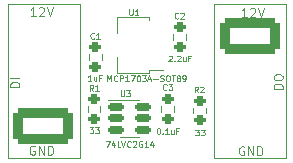
<source format=gbr>
%TF.GenerationSoftware,KiCad,Pcbnew,7.0.7*%
%TF.CreationDate,2023-11-08T00:53:50-05:00*%
%TF.ProjectId,Pixel_Boost2,50697865-6c5f-4426-9f6f-7374322e6b69,v3*%
%TF.SameCoordinates,Original*%
%TF.FileFunction,Legend,Top*%
%TF.FilePolarity,Positive*%
%FSLAX46Y46*%
G04 Gerber Fmt 4.6, Leading zero omitted, Abs format (unit mm)*
G04 Created by KiCad (PCBNEW 7.0.7) date 2023-11-08 00:53:50*
%MOMM*%
%LPD*%
G01*
G04 APERTURE LIST*
G04 Aperture macros list*
%AMRoundRect*
0 Rectangle with rounded corners*
0 $1 Rounding radius*
0 $2 $3 $4 $5 $6 $7 $8 $9 X,Y pos of 4 corners*
0 Add a 4 corners polygon primitive as box body*
4,1,4,$2,$3,$4,$5,$6,$7,$8,$9,$2,$3,0*
0 Add four circle primitives for the rounded corners*
1,1,$1+$1,$2,$3*
1,1,$1+$1,$4,$5*
1,1,$1+$1,$6,$7*
1,1,$1+$1,$8,$9*
0 Add four rect primitives between the rounded corners*
20,1,$1+$1,$2,$3,$4,$5,0*
20,1,$1+$1,$4,$5,$6,$7,0*
20,1,$1+$1,$6,$7,$8,$9,0*
20,1,$1+$1,$8,$9,$2,$3,0*%
%AMFreePoly0*
4,1,9,3.862500,-0.866500,0.737500,-0.866500,0.737500,-0.450000,-0.737500,-0.450000,-0.737500,0.450000,0.737500,0.450000,0.737500,0.866500,3.862500,0.866500,3.862500,-0.866500,3.862500,-0.866500,$1*%
G04 Aperture macros list end*
%ADD10C,0.100000*%
%ADD11C,0.120000*%
%ADD12RoundRect,0.200000X-0.275000X0.200000X-0.275000X-0.200000X0.275000X-0.200000X0.275000X0.200000X0*%
%ADD13RoundRect,0.416667X2.083333X-1.083333X2.083333X1.083333X-2.083333X1.083333X-2.083333X-1.083333X0*%
%ADD14O,3.600000X3.000000*%
%ADD15O,5.000000X3.000000*%
%ADD16RoundRect,0.416667X-2.083333X1.083333X-2.083333X-1.083333X2.083333X-1.083333X2.083333X1.083333X0*%
%ADD17RoundRect,0.200000X0.275000X-0.200000X0.275000X0.200000X-0.275000X0.200000X-0.275000X-0.200000X0*%
%ADD18R,1.300000X0.900000*%
%ADD19FreePoly0,180.000000*%
%ADD20RoundRect,0.150000X-0.512500X-0.150000X0.512500X-0.150000X0.512500X0.150000X-0.512500X0.150000X0*%
G04 APERTURE END LIST*
D10*
X141753571Y-118577478D02*
X141682143Y-118541764D01*
X141682143Y-118541764D02*
X141575000Y-118541764D01*
X141575000Y-118541764D02*
X141467857Y-118577478D01*
X141467857Y-118577478D02*
X141396428Y-118648907D01*
X141396428Y-118648907D02*
X141360714Y-118720335D01*
X141360714Y-118720335D02*
X141325000Y-118863192D01*
X141325000Y-118863192D02*
X141325000Y-118970335D01*
X141325000Y-118970335D02*
X141360714Y-119113192D01*
X141360714Y-119113192D02*
X141396428Y-119184621D01*
X141396428Y-119184621D02*
X141467857Y-119256050D01*
X141467857Y-119256050D02*
X141575000Y-119291764D01*
X141575000Y-119291764D02*
X141646428Y-119291764D01*
X141646428Y-119291764D02*
X141753571Y-119256050D01*
X141753571Y-119256050D02*
X141789285Y-119220335D01*
X141789285Y-119220335D02*
X141789285Y-118970335D01*
X141789285Y-118970335D02*
X141646428Y-118970335D01*
X142110714Y-119291764D02*
X142110714Y-118541764D01*
X142110714Y-118541764D02*
X142539285Y-119291764D01*
X142539285Y-119291764D02*
X142539285Y-118541764D01*
X142896428Y-119291764D02*
X142896428Y-118541764D01*
X142896428Y-118541764D02*
X143074999Y-118541764D01*
X143074999Y-118541764D02*
X143182142Y-118577478D01*
X143182142Y-118577478D02*
X143253571Y-118648907D01*
X143253571Y-118648907D02*
X143289285Y-118720335D01*
X143289285Y-118720335D02*
X143324999Y-118863192D01*
X143324999Y-118863192D02*
X143324999Y-118970335D01*
X143324999Y-118970335D02*
X143289285Y-119113192D01*
X143289285Y-119113192D02*
X143253571Y-119184621D01*
X143253571Y-119184621D02*
X143182142Y-119256050D01*
X143182142Y-119256050D02*
X143074999Y-119291764D01*
X143074999Y-119291764D02*
X142896428Y-119291764D01*
X140441764Y-113524999D02*
X139691764Y-113524999D01*
X139691764Y-113524999D02*
X139691764Y-113346428D01*
X139691764Y-113346428D02*
X139727478Y-113239285D01*
X139727478Y-113239285D02*
X139798907Y-113167856D01*
X139798907Y-113167856D02*
X139870335Y-113132142D01*
X139870335Y-113132142D02*
X140013192Y-113096428D01*
X140013192Y-113096428D02*
X140120335Y-113096428D01*
X140120335Y-113096428D02*
X140263192Y-113132142D01*
X140263192Y-113132142D02*
X140334621Y-113167856D01*
X140334621Y-113167856D02*
X140406050Y-113239285D01*
X140406050Y-113239285D02*
X140441764Y-113346428D01*
X140441764Y-113346428D02*
X140441764Y-113524999D01*
X140441764Y-112774999D02*
X139691764Y-112774999D01*
X162741764Y-113689285D02*
X161991764Y-113689285D01*
X161991764Y-113689285D02*
X161991764Y-113510714D01*
X161991764Y-113510714D02*
X162027478Y-113403571D01*
X162027478Y-113403571D02*
X162098907Y-113332142D01*
X162098907Y-113332142D02*
X162170335Y-113296428D01*
X162170335Y-113296428D02*
X162313192Y-113260714D01*
X162313192Y-113260714D02*
X162420335Y-113260714D01*
X162420335Y-113260714D02*
X162563192Y-113296428D01*
X162563192Y-113296428D02*
X162634621Y-113332142D01*
X162634621Y-113332142D02*
X162706050Y-113403571D01*
X162706050Y-113403571D02*
X162741764Y-113510714D01*
X162741764Y-113510714D02*
X162741764Y-113689285D01*
X161991764Y-112796428D02*
X161991764Y-112653571D01*
X161991764Y-112653571D02*
X162027478Y-112582142D01*
X162027478Y-112582142D02*
X162098907Y-112510714D01*
X162098907Y-112510714D02*
X162241764Y-112474999D01*
X162241764Y-112474999D02*
X162491764Y-112474999D01*
X162491764Y-112474999D02*
X162634621Y-112510714D01*
X162634621Y-112510714D02*
X162706050Y-112582142D01*
X162706050Y-112582142D02*
X162741764Y-112653571D01*
X162741764Y-112653571D02*
X162741764Y-112796428D01*
X162741764Y-112796428D02*
X162706050Y-112867857D01*
X162706050Y-112867857D02*
X162634621Y-112939285D01*
X162634621Y-112939285D02*
X162491764Y-112974999D01*
X162491764Y-112974999D02*
X162241764Y-112974999D01*
X162241764Y-112974999D02*
X162098907Y-112939285D01*
X162098907Y-112939285D02*
X162027478Y-112867857D01*
X162027478Y-112867857D02*
X161991764Y-112796428D01*
X141835714Y-107541764D02*
X141407143Y-107541764D01*
X141621428Y-107541764D02*
X141621428Y-106791764D01*
X141621428Y-106791764D02*
X141550000Y-106898907D01*
X141550000Y-106898907D02*
X141478571Y-106970335D01*
X141478571Y-106970335D02*
X141407143Y-107006050D01*
X142121429Y-106863192D02*
X142157143Y-106827478D01*
X142157143Y-106827478D02*
X142228572Y-106791764D01*
X142228572Y-106791764D02*
X142407143Y-106791764D01*
X142407143Y-106791764D02*
X142478572Y-106827478D01*
X142478572Y-106827478D02*
X142514286Y-106863192D01*
X142514286Y-106863192D02*
X142550000Y-106934621D01*
X142550000Y-106934621D02*
X142550000Y-107006050D01*
X142550000Y-107006050D02*
X142514286Y-107113192D01*
X142514286Y-107113192D02*
X142085714Y-107541764D01*
X142085714Y-107541764D02*
X142550000Y-107541764D01*
X142764286Y-106791764D02*
X143014286Y-107541764D01*
X143014286Y-107541764D02*
X143264286Y-106791764D01*
X159468571Y-118597478D02*
X159397143Y-118561764D01*
X159397143Y-118561764D02*
X159290000Y-118561764D01*
X159290000Y-118561764D02*
X159182857Y-118597478D01*
X159182857Y-118597478D02*
X159111428Y-118668907D01*
X159111428Y-118668907D02*
X159075714Y-118740335D01*
X159075714Y-118740335D02*
X159040000Y-118883192D01*
X159040000Y-118883192D02*
X159040000Y-118990335D01*
X159040000Y-118990335D02*
X159075714Y-119133192D01*
X159075714Y-119133192D02*
X159111428Y-119204621D01*
X159111428Y-119204621D02*
X159182857Y-119276050D01*
X159182857Y-119276050D02*
X159290000Y-119311764D01*
X159290000Y-119311764D02*
X159361428Y-119311764D01*
X159361428Y-119311764D02*
X159468571Y-119276050D01*
X159468571Y-119276050D02*
X159504285Y-119240335D01*
X159504285Y-119240335D02*
X159504285Y-118990335D01*
X159504285Y-118990335D02*
X159361428Y-118990335D01*
X159825714Y-119311764D02*
X159825714Y-118561764D01*
X159825714Y-118561764D02*
X160254285Y-119311764D01*
X160254285Y-119311764D02*
X160254285Y-118561764D01*
X160611428Y-119311764D02*
X160611428Y-118561764D01*
X160611428Y-118561764D02*
X160789999Y-118561764D01*
X160789999Y-118561764D02*
X160897142Y-118597478D01*
X160897142Y-118597478D02*
X160968571Y-118668907D01*
X160968571Y-118668907D02*
X161004285Y-118740335D01*
X161004285Y-118740335D02*
X161039999Y-118883192D01*
X161039999Y-118883192D02*
X161039999Y-118990335D01*
X161039999Y-118990335D02*
X161004285Y-119133192D01*
X161004285Y-119133192D02*
X160968571Y-119204621D01*
X160968571Y-119204621D02*
X160897142Y-119276050D01*
X160897142Y-119276050D02*
X160789999Y-119311764D01*
X160789999Y-119311764D02*
X160611428Y-119311764D01*
X159715714Y-107591764D02*
X159287143Y-107591764D01*
X159501428Y-107591764D02*
X159501428Y-106841764D01*
X159501428Y-106841764D02*
X159430000Y-106948907D01*
X159430000Y-106948907D02*
X159358571Y-107020335D01*
X159358571Y-107020335D02*
X159287143Y-107056050D01*
X160001429Y-106913192D02*
X160037143Y-106877478D01*
X160037143Y-106877478D02*
X160108572Y-106841764D01*
X160108572Y-106841764D02*
X160287143Y-106841764D01*
X160287143Y-106841764D02*
X160358572Y-106877478D01*
X160358572Y-106877478D02*
X160394286Y-106913192D01*
X160394286Y-106913192D02*
X160430000Y-106984621D01*
X160430000Y-106984621D02*
X160430000Y-107056050D01*
X160430000Y-107056050D02*
X160394286Y-107163192D01*
X160394286Y-107163192D02*
X159965714Y-107591764D01*
X159965714Y-107591764D02*
X160430000Y-107591764D01*
X160644286Y-106841764D02*
X160894286Y-107591764D01*
X160894286Y-107591764D02*
X161144286Y-106841764D01*
X146706666Y-113856109D02*
X146540000Y-113618014D01*
X146420952Y-113856109D02*
X146420952Y-113356109D01*
X146420952Y-113356109D02*
X146611428Y-113356109D01*
X146611428Y-113356109D02*
X146659047Y-113379919D01*
X146659047Y-113379919D02*
X146682857Y-113403728D01*
X146682857Y-113403728D02*
X146706666Y-113451347D01*
X146706666Y-113451347D02*
X146706666Y-113522776D01*
X146706666Y-113522776D02*
X146682857Y-113570395D01*
X146682857Y-113570395D02*
X146659047Y-113594204D01*
X146659047Y-113594204D02*
X146611428Y-113618014D01*
X146611428Y-113618014D02*
X146420952Y-113618014D01*
X147182857Y-113856109D02*
X146897143Y-113856109D01*
X147040000Y-113856109D02*
X147040000Y-113356109D01*
X147040000Y-113356109D02*
X146992381Y-113427538D01*
X146992381Y-113427538D02*
X146944762Y-113475157D01*
X146944762Y-113475157D02*
X146897143Y-113498966D01*
X146405238Y-116946109D02*
X146714762Y-116946109D01*
X146714762Y-116946109D02*
X146548095Y-117136585D01*
X146548095Y-117136585D02*
X146619524Y-117136585D01*
X146619524Y-117136585D02*
X146667143Y-117160395D01*
X146667143Y-117160395D02*
X146690952Y-117184204D01*
X146690952Y-117184204D02*
X146714762Y-117231823D01*
X146714762Y-117231823D02*
X146714762Y-117350871D01*
X146714762Y-117350871D02*
X146690952Y-117398490D01*
X146690952Y-117398490D02*
X146667143Y-117422300D01*
X146667143Y-117422300D02*
X146619524Y-117446109D01*
X146619524Y-117446109D02*
X146476667Y-117446109D01*
X146476667Y-117446109D02*
X146429048Y-117422300D01*
X146429048Y-117422300D02*
X146405238Y-117398490D01*
X146881428Y-116946109D02*
X147190952Y-116946109D01*
X147190952Y-116946109D02*
X147024285Y-117136585D01*
X147024285Y-117136585D02*
X147095714Y-117136585D01*
X147095714Y-117136585D02*
X147143333Y-117160395D01*
X147143333Y-117160395D02*
X147167142Y-117184204D01*
X147167142Y-117184204D02*
X147190952Y-117231823D01*
X147190952Y-117231823D02*
X147190952Y-117350871D01*
X147190952Y-117350871D02*
X147167142Y-117398490D01*
X147167142Y-117398490D02*
X147143333Y-117422300D01*
X147143333Y-117422300D02*
X147095714Y-117446109D01*
X147095714Y-117446109D02*
X146952857Y-117446109D01*
X146952857Y-117446109D02*
X146905238Y-117422300D01*
X146905238Y-117422300D02*
X146881428Y-117398490D01*
X152916666Y-113753490D02*
X152892857Y-113777300D01*
X152892857Y-113777300D02*
X152821428Y-113801109D01*
X152821428Y-113801109D02*
X152773809Y-113801109D01*
X152773809Y-113801109D02*
X152702381Y-113777300D01*
X152702381Y-113777300D02*
X152654762Y-113729680D01*
X152654762Y-113729680D02*
X152630952Y-113682061D01*
X152630952Y-113682061D02*
X152607143Y-113586823D01*
X152607143Y-113586823D02*
X152607143Y-113515395D01*
X152607143Y-113515395D02*
X152630952Y-113420157D01*
X152630952Y-113420157D02*
X152654762Y-113372538D01*
X152654762Y-113372538D02*
X152702381Y-113324919D01*
X152702381Y-113324919D02*
X152773809Y-113301109D01*
X152773809Y-113301109D02*
X152821428Y-113301109D01*
X152821428Y-113301109D02*
X152892857Y-113324919D01*
X152892857Y-113324919D02*
X152916666Y-113348728D01*
X153083333Y-113301109D02*
X153392857Y-113301109D01*
X153392857Y-113301109D02*
X153226190Y-113491585D01*
X153226190Y-113491585D02*
X153297619Y-113491585D01*
X153297619Y-113491585D02*
X153345238Y-113515395D01*
X153345238Y-113515395D02*
X153369047Y-113539204D01*
X153369047Y-113539204D02*
X153392857Y-113586823D01*
X153392857Y-113586823D02*
X153392857Y-113705871D01*
X153392857Y-113705871D02*
X153369047Y-113753490D01*
X153369047Y-113753490D02*
X153345238Y-113777300D01*
X153345238Y-113777300D02*
X153297619Y-113801109D01*
X153297619Y-113801109D02*
X153154762Y-113801109D01*
X153154762Y-113801109D02*
X153107143Y-113777300D01*
X153107143Y-113777300D02*
X153083333Y-113753490D01*
X152203572Y-117026109D02*
X152251191Y-117026109D01*
X152251191Y-117026109D02*
X152298810Y-117049919D01*
X152298810Y-117049919D02*
X152322620Y-117073728D01*
X152322620Y-117073728D02*
X152346429Y-117121347D01*
X152346429Y-117121347D02*
X152370239Y-117216585D01*
X152370239Y-117216585D02*
X152370239Y-117335633D01*
X152370239Y-117335633D02*
X152346429Y-117430871D01*
X152346429Y-117430871D02*
X152322620Y-117478490D01*
X152322620Y-117478490D02*
X152298810Y-117502300D01*
X152298810Y-117502300D02*
X152251191Y-117526109D01*
X152251191Y-117526109D02*
X152203572Y-117526109D01*
X152203572Y-117526109D02*
X152155953Y-117502300D01*
X152155953Y-117502300D02*
X152132144Y-117478490D01*
X152132144Y-117478490D02*
X152108334Y-117430871D01*
X152108334Y-117430871D02*
X152084525Y-117335633D01*
X152084525Y-117335633D02*
X152084525Y-117216585D01*
X152084525Y-117216585D02*
X152108334Y-117121347D01*
X152108334Y-117121347D02*
X152132144Y-117073728D01*
X152132144Y-117073728D02*
X152155953Y-117049919D01*
X152155953Y-117049919D02*
X152203572Y-117026109D01*
X152584524Y-117478490D02*
X152608334Y-117502300D01*
X152608334Y-117502300D02*
X152584524Y-117526109D01*
X152584524Y-117526109D02*
X152560715Y-117502300D01*
X152560715Y-117502300D02*
X152584524Y-117478490D01*
X152584524Y-117478490D02*
X152584524Y-117526109D01*
X153084524Y-117526109D02*
X152798810Y-117526109D01*
X152941667Y-117526109D02*
X152941667Y-117026109D01*
X152941667Y-117026109D02*
X152894048Y-117097538D01*
X152894048Y-117097538D02*
X152846429Y-117145157D01*
X152846429Y-117145157D02*
X152798810Y-117168966D01*
X153513095Y-117192776D02*
X153513095Y-117526109D01*
X153298809Y-117192776D02*
X153298809Y-117454680D01*
X153298809Y-117454680D02*
X153322619Y-117502300D01*
X153322619Y-117502300D02*
X153370238Y-117526109D01*
X153370238Y-117526109D02*
X153441666Y-117526109D01*
X153441666Y-117526109D02*
X153489285Y-117502300D01*
X153489285Y-117502300D02*
X153513095Y-117478490D01*
X153917857Y-117264204D02*
X153751190Y-117264204D01*
X153751190Y-117526109D02*
X153751190Y-117026109D01*
X153751190Y-117026109D02*
X153989285Y-117026109D01*
X149749047Y-106951109D02*
X149749047Y-107355871D01*
X149749047Y-107355871D02*
X149772857Y-107403490D01*
X149772857Y-107403490D02*
X149796666Y-107427300D01*
X149796666Y-107427300D02*
X149844285Y-107451109D01*
X149844285Y-107451109D02*
X149939523Y-107451109D01*
X149939523Y-107451109D02*
X149987142Y-107427300D01*
X149987142Y-107427300D02*
X150010952Y-107403490D01*
X150010952Y-107403490D02*
X150034761Y-107355871D01*
X150034761Y-107355871D02*
X150034761Y-106951109D01*
X150534762Y-107451109D02*
X150249048Y-107451109D01*
X150391905Y-107451109D02*
X150391905Y-106951109D01*
X150391905Y-106951109D02*
X150344286Y-107022538D01*
X150344286Y-107022538D02*
X150296667Y-107070157D01*
X150296667Y-107070157D02*
X150249048Y-107093966D01*
X147890477Y-113051109D02*
X147890477Y-112551109D01*
X147890477Y-112551109D02*
X148057144Y-112908252D01*
X148057144Y-112908252D02*
X148223810Y-112551109D01*
X148223810Y-112551109D02*
X148223810Y-113051109D01*
X148747620Y-113003490D02*
X148723811Y-113027300D01*
X148723811Y-113027300D02*
X148652382Y-113051109D01*
X148652382Y-113051109D02*
X148604763Y-113051109D01*
X148604763Y-113051109D02*
X148533335Y-113027300D01*
X148533335Y-113027300D02*
X148485716Y-112979680D01*
X148485716Y-112979680D02*
X148461906Y-112932061D01*
X148461906Y-112932061D02*
X148438097Y-112836823D01*
X148438097Y-112836823D02*
X148438097Y-112765395D01*
X148438097Y-112765395D02*
X148461906Y-112670157D01*
X148461906Y-112670157D02*
X148485716Y-112622538D01*
X148485716Y-112622538D02*
X148533335Y-112574919D01*
X148533335Y-112574919D02*
X148604763Y-112551109D01*
X148604763Y-112551109D02*
X148652382Y-112551109D01*
X148652382Y-112551109D02*
X148723811Y-112574919D01*
X148723811Y-112574919D02*
X148747620Y-112598728D01*
X148961906Y-113051109D02*
X148961906Y-112551109D01*
X148961906Y-112551109D02*
X149152382Y-112551109D01*
X149152382Y-112551109D02*
X149200001Y-112574919D01*
X149200001Y-112574919D02*
X149223811Y-112598728D01*
X149223811Y-112598728D02*
X149247620Y-112646347D01*
X149247620Y-112646347D02*
X149247620Y-112717776D01*
X149247620Y-112717776D02*
X149223811Y-112765395D01*
X149223811Y-112765395D02*
X149200001Y-112789204D01*
X149200001Y-112789204D02*
X149152382Y-112813014D01*
X149152382Y-112813014D02*
X148961906Y-112813014D01*
X149723811Y-113051109D02*
X149438097Y-113051109D01*
X149580954Y-113051109D02*
X149580954Y-112551109D01*
X149580954Y-112551109D02*
X149533335Y-112622538D01*
X149533335Y-112622538D02*
X149485716Y-112670157D01*
X149485716Y-112670157D02*
X149438097Y-112693966D01*
X149890477Y-112551109D02*
X150223810Y-112551109D01*
X150223810Y-112551109D02*
X150009525Y-113051109D01*
X150509524Y-112551109D02*
X150557143Y-112551109D01*
X150557143Y-112551109D02*
X150604762Y-112574919D01*
X150604762Y-112574919D02*
X150628572Y-112598728D01*
X150628572Y-112598728D02*
X150652381Y-112646347D01*
X150652381Y-112646347D02*
X150676191Y-112741585D01*
X150676191Y-112741585D02*
X150676191Y-112860633D01*
X150676191Y-112860633D02*
X150652381Y-112955871D01*
X150652381Y-112955871D02*
X150628572Y-113003490D01*
X150628572Y-113003490D02*
X150604762Y-113027300D01*
X150604762Y-113027300D02*
X150557143Y-113051109D01*
X150557143Y-113051109D02*
X150509524Y-113051109D01*
X150509524Y-113051109D02*
X150461905Y-113027300D01*
X150461905Y-113027300D02*
X150438096Y-113003490D01*
X150438096Y-113003490D02*
X150414286Y-112955871D01*
X150414286Y-112955871D02*
X150390477Y-112860633D01*
X150390477Y-112860633D02*
X150390477Y-112741585D01*
X150390477Y-112741585D02*
X150414286Y-112646347D01*
X150414286Y-112646347D02*
X150438096Y-112598728D01*
X150438096Y-112598728D02*
X150461905Y-112574919D01*
X150461905Y-112574919D02*
X150509524Y-112551109D01*
X150842857Y-112551109D02*
X151152381Y-112551109D01*
X151152381Y-112551109D02*
X150985714Y-112741585D01*
X150985714Y-112741585D02*
X151057143Y-112741585D01*
X151057143Y-112741585D02*
X151104762Y-112765395D01*
X151104762Y-112765395D02*
X151128571Y-112789204D01*
X151128571Y-112789204D02*
X151152381Y-112836823D01*
X151152381Y-112836823D02*
X151152381Y-112955871D01*
X151152381Y-112955871D02*
X151128571Y-113003490D01*
X151128571Y-113003490D02*
X151104762Y-113027300D01*
X151104762Y-113027300D02*
X151057143Y-113051109D01*
X151057143Y-113051109D02*
X150914286Y-113051109D01*
X150914286Y-113051109D02*
X150866667Y-113027300D01*
X150866667Y-113027300D02*
X150842857Y-113003490D01*
X151342857Y-112908252D02*
X151580952Y-112908252D01*
X151295238Y-113051109D02*
X151461904Y-112551109D01*
X151461904Y-112551109D02*
X151628571Y-113051109D01*
X151795237Y-112860633D02*
X152176190Y-112860633D01*
X152390476Y-113027300D02*
X152461904Y-113051109D01*
X152461904Y-113051109D02*
X152580952Y-113051109D01*
X152580952Y-113051109D02*
X152628571Y-113027300D01*
X152628571Y-113027300D02*
X152652380Y-113003490D01*
X152652380Y-113003490D02*
X152676190Y-112955871D01*
X152676190Y-112955871D02*
X152676190Y-112908252D01*
X152676190Y-112908252D02*
X152652380Y-112860633D01*
X152652380Y-112860633D02*
X152628571Y-112836823D01*
X152628571Y-112836823D02*
X152580952Y-112813014D01*
X152580952Y-112813014D02*
X152485714Y-112789204D01*
X152485714Y-112789204D02*
X152438095Y-112765395D01*
X152438095Y-112765395D02*
X152414285Y-112741585D01*
X152414285Y-112741585D02*
X152390476Y-112693966D01*
X152390476Y-112693966D02*
X152390476Y-112646347D01*
X152390476Y-112646347D02*
X152414285Y-112598728D01*
X152414285Y-112598728D02*
X152438095Y-112574919D01*
X152438095Y-112574919D02*
X152485714Y-112551109D01*
X152485714Y-112551109D02*
X152604761Y-112551109D01*
X152604761Y-112551109D02*
X152676190Y-112574919D01*
X152985713Y-112551109D02*
X153080951Y-112551109D01*
X153080951Y-112551109D02*
X153128570Y-112574919D01*
X153128570Y-112574919D02*
X153176189Y-112622538D01*
X153176189Y-112622538D02*
X153199999Y-112717776D01*
X153199999Y-112717776D02*
X153199999Y-112884442D01*
X153199999Y-112884442D02*
X153176189Y-112979680D01*
X153176189Y-112979680D02*
X153128570Y-113027300D01*
X153128570Y-113027300D02*
X153080951Y-113051109D01*
X153080951Y-113051109D02*
X152985713Y-113051109D01*
X152985713Y-113051109D02*
X152938094Y-113027300D01*
X152938094Y-113027300D02*
X152890475Y-112979680D01*
X152890475Y-112979680D02*
X152866666Y-112884442D01*
X152866666Y-112884442D02*
X152866666Y-112717776D01*
X152866666Y-112717776D02*
X152890475Y-112622538D01*
X152890475Y-112622538D02*
X152938094Y-112574919D01*
X152938094Y-112574919D02*
X152985713Y-112551109D01*
X153342857Y-112551109D02*
X153628571Y-112551109D01*
X153485714Y-113051109D02*
X153485714Y-112551109D01*
X153866666Y-112765395D02*
X153819047Y-112741585D01*
X153819047Y-112741585D02*
X153795237Y-112717776D01*
X153795237Y-112717776D02*
X153771428Y-112670157D01*
X153771428Y-112670157D02*
X153771428Y-112646347D01*
X153771428Y-112646347D02*
X153795237Y-112598728D01*
X153795237Y-112598728D02*
X153819047Y-112574919D01*
X153819047Y-112574919D02*
X153866666Y-112551109D01*
X153866666Y-112551109D02*
X153961904Y-112551109D01*
X153961904Y-112551109D02*
X154009523Y-112574919D01*
X154009523Y-112574919D02*
X154033332Y-112598728D01*
X154033332Y-112598728D02*
X154057142Y-112646347D01*
X154057142Y-112646347D02*
X154057142Y-112670157D01*
X154057142Y-112670157D02*
X154033332Y-112717776D01*
X154033332Y-112717776D02*
X154009523Y-112741585D01*
X154009523Y-112741585D02*
X153961904Y-112765395D01*
X153961904Y-112765395D02*
X153866666Y-112765395D01*
X153866666Y-112765395D02*
X153819047Y-112789204D01*
X153819047Y-112789204D02*
X153795237Y-112813014D01*
X153795237Y-112813014D02*
X153771428Y-112860633D01*
X153771428Y-112860633D02*
X153771428Y-112955871D01*
X153771428Y-112955871D02*
X153795237Y-113003490D01*
X153795237Y-113003490D02*
X153819047Y-113027300D01*
X153819047Y-113027300D02*
X153866666Y-113051109D01*
X153866666Y-113051109D02*
X153961904Y-113051109D01*
X153961904Y-113051109D02*
X154009523Y-113027300D01*
X154009523Y-113027300D02*
X154033332Y-113003490D01*
X154033332Y-113003490D02*
X154057142Y-112955871D01*
X154057142Y-112955871D02*
X154057142Y-112860633D01*
X154057142Y-112860633D02*
X154033332Y-112813014D01*
X154033332Y-112813014D02*
X154009523Y-112789204D01*
X154009523Y-112789204D02*
X153961904Y-112765395D01*
X154295237Y-113051109D02*
X154390475Y-113051109D01*
X154390475Y-113051109D02*
X154438094Y-113027300D01*
X154438094Y-113027300D02*
X154461903Y-113003490D01*
X154461903Y-113003490D02*
X154509522Y-112932061D01*
X154509522Y-112932061D02*
X154533332Y-112836823D01*
X154533332Y-112836823D02*
X154533332Y-112646347D01*
X154533332Y-112646347D02*
X154509522Y-112598728D01*
X154509522Y-112598728D02*
X154485713Y-112574919D01*
X154485713Y-112574919D02*
X154438094Y-112551109D01*
X154438094Y-112551109D02*
X154342856Y-112551109D01*
X154342856Y-112551109D02*
X154295237Y-112574919D01*
X154295237Y-112574919D02*
X154271427Y-112598728D01*
X154271427Y-112598728D02*
X154247618Y-112646347D01*
X154247618Y-112646347D02*
X154247618Y-112765395D01*
X154247618Y-112765395D02*
X154271427Y-112813014D01*
X154271427Y-112813014D02*
X154295237Y-112836823D01*
X154295237Y-112836823D02*
X154342856Y-112860633D01*
X154342856Y-112860633D02*
X154438094Y-112860633D01*
X154438094Y-112860633D02*
X154485713Y-112836823D01*
X154485713Y-112836823D02*
X154509522Y-112813014D01*
X154509522Y-112813014D02*
X154533332Y-112765395D01*
X155576666Y-114006109D02*
X155410000Y-113768014D01*
X155290952Y-114006109D02*
X155290952Y-113506109D01*
X155290952Y-113506109D02*
X155481428Y-113506109D01*
X155481428Y-113506109D02*
X155529047Y-113529919D01*
X155529047Y-113529919D02*
X155552857Y-113553728D01*
X155552857Y-113553728D02*
X155576666Y-113601347D01*
X155576666Y-113601347D02*
X155576666Y-113672776D01*
X155576666Y-113672776D02*
X155552857Y-113720395D01*
X155552857Y-113720395D02*
X155529047Y-113744204D01*
X155529047Y-113744204D02*
X155481428Y-113768014D01*
X155481428Y-113768014D02*
X155290952Y-113768014D01*
X155767143Y-113553728D02*
X155790952Y-113529919D01*
X155790952Y-113529919D02*
X155838571Y-113506109D01*
X155838571Y-113506109D02*
X155957619Y-113506109D01*
X155957619Y-113506109D02*
X156005238Y-113529919D01*
X156005238Y-113529919D02*
X156029047Y-113553728D01*
X156029047Y-113553728D02*
X156052857Y-113601347D01*
X156052857Y-113601347D02*
X156052857Y-113648966D01*
X156052857Y-113648966D02*
X156029047Y-113720395D01*
X156029047Y-113720395D02*
X155743333Y-114006109D01*
X155743333Y-114006109D02*
X156052857Y-114006109D01*
X155345238Y-117146109D02*
X155654762Y-117146109D01*
X155654762Y-117146109D02*
X155488095Y-117336585D01*
X155488095Y-117336585D02*
X155559524Y-117336585D01*
X155559524Y-117336585D02*
X155607143Y-117360395D01*
X155607143Y-117360395D02*
X155630952Y-117384204D01*
X155630952Y-117384204D02*
X155654762Y-117431823D01*
X155654762Y-117431823D02*
X155654762Y-117550871D01*
X155654762Y-117550871D02*
X155630952Y-117598490D01*
X155630952Y-117598490D02*
X155607143Y-117622300D01*
X155607143Y-117622300D02*
X155559524Y-117646109D01*
X155559524Y-117646109D02*
X155416667Y-117646109D01*
X155416667Y-117646109D02*
X155369048Y-117622300D01*
X155369048Y-117622300D02*
X155345238Y-117598490D01*
X155821428Y-117146109D02*
X156130952Y-117146109D01*
X156130952Y-117146109D02*
X155964285Y-117336585D01*
X155964285Y-117336585D02*
X156035714Y-117336585D01*
X156035714Y-117336585D02*
X156083333Y-117360395D01*
X156083333Y-117360395D02*
X156107142Y-117384204D01*
X156107142Y-117384204D02*
X156130952Y-117431823D01*
X156130952Y-117431823D02*
X156130952Y-117550871D01*
X156130952Y-117550871D02*
X156107142Y-117598490D01*
X156107142Y-117598490D02*
X156083333Y-117622300D01*
X156083333Y-117622300D02*
X156035714Y-117646109D01*
X156035714Y-117646109D02*
X155892857Y-117646109D01*
X155892857Y-117646109D02*
X155845238Y-117622300D01*
X155845238Y-117622300D02*
X155821428Y-117598490D01*
X149019047Y-113826109D02*
X149019047Y-114230871D01*
X149019047Y-114230871D02*
X149042857Y-114278490D01*
X149042857Y-114278490D02*
X149066666Y-114302300D01*
X149066666Y-114302300D02*
X149114285Y-114326109D01*
X149114285Y-114326109D02*
X149209523Y-114326109D01*
X149209523Y-114326109D02*
X149257142Y-114302300D01*
X149257142Y-114302300D02*
X149280952Y-114278490D01*
X149280952Y-114278490D02*
X149304761Y-114230871D01*
X149304761Y-114230871D02*
X149304761Y-113826109D01*
X149495238Y-113826109D02*
X149804762Y-113826109D01*
X149804762Y-113826109D02*
X149638095Y-114016585D01*
X149638095Y-114016585D02*
X149709524Y-114016585D01*
X149709524Y-114016585D02*
X149757143Y-114040395D01*
X149757143Y-114040395D02*
X149780952Y-114064204D01*
X149780952Y-114064204D02*
X149804762Y-114111823D01*
X149804762Y-114111823D02*
X149804762Y-114230871D01*
X149804762Y-114230871D02*
X149780952Y-114278490D01*
X149780952Y-114278490D02*
X149757143Y-114302300D01*
X149757143Y-114302300D02*
X149709524Y-114326109D01*
X149709524Y-114326109D02*
X149566667Y-114326109D01*
X149566667Y-114326109D02*
X149519048Y-114302300D01*
X149519048Y-114302300D02*
X149495238Y-114278490D01*
X147764287Y-118126109D02*
X148097620Y-118126109D01*
X148097620Y-118126109D02*
X147883335Y-118626109D01*
X148502382Y-118292776D02*
X148502382Y-118626109D01*
X148383334Y-118102300D02*
X148264287Y-118459442D01*
X148264287Y-118459442D02*
X148573810Y-118459442D01*
X149002381Y-118626109D02*
X148764286Y-118626109D01*
X148764286Y-118626109D02*
X148764286Y-118126109D01*
X149097620Y-118126109D02*
X149264286Y-118626109D01*
X149264286Y-118626109D02*
X149430953Y-118126109D01*
X149883333Y-118578490D02*
X149859524Y-118602300D01*
X149859524Y-118602300D02*
X149788095Y-118626109D01*
X149788095Y-118626109D02*
X149740476Y-118626109D01*
X149740476Y-118626109D02*
X149669048Y-118602300D01*
X149669048Y-118602300D02*
X149621429Y-118554680D01*
X149621429Y-118554680D02*
X149597619Y-118507061D01*
X149597619Y-118507061D02*
X149573810Y-118411823D01*
X149573810Y-118411823D02*
X149573810Y-118340395D01*
X149573810Y-118340395D02*
X149597619Y-118245157D01*
X149597619Y-118245157D02*
X149621429Y-118197538D01*
X149621429Y-118197538D02*
X149669048Y-118149919D01*
X149669048Y-118149919D02*
X149740476Y-118126109D01*
X149740476Y-118126109D02*
X149788095Y-118126109D01*
X149788095Y-118126109D02*
X149859524Y-118149919D01*
X149859524Y-118149919D02*
X149883333Y-118173728D01*
X150073810Y-118173728D02*
X150097619Y-118149919D01*
X150097619Y-118149919D02*
X150145238Y-118126109D01*
X150145238Y-118126109D02*
X150264286Y-118126109D01*
X150264286Y-118126109D02*
X150311905Y-118149919D01*
X150311905Y-118149919D02*
X150335714Y-118173728D01*
X150335714Y-118173728D02*
X150359524Y-118221347D01*
X150359524Y-118221347D02*
X150359524Y-118268966D01*
X150359524Y-118268966D02*
X150335714Y-118340395D01*
X150335714Y-118340395D02*
X150050000Y-118626109D01*
X150050000Y-118626109D02*
X150359524Y-118626109D01*
X150835714Y-118149919D02*
X150788095Y-118126109D01*
X150788095Y-118126109D02*
X150716666Y-118126109D01*
X150716666Y-118126109D02*
X150645238Y-118149919D01*
X150645238Y-118149919D02*
X150597619Y-118197538D01*
X150597619Y-118197538D02*
X150573809Y-118245157D01*
X150573809Y-118245157D02*
X150550000Y-118340395D01*
X150550000Y-118340395D02*
X150550000Y-118411823D01*
X150550000Y-118411823D02*
X150573809Y-118507061D01*
X150573809Y-118507061D02*
X150597619Y-118554680D01*
X150597619Y-118554680D02*
X150645238Y-118602300D01*
X150645238Y-118602300D02*
X150716666Y-118626109D01*
X150716666Y-118626109D02*
X150764285Y-118626109D01*
X150764285Y-118626109D02*
X150835714Y-118602300D01*
X150835714Y-118602300D02*
X150859523Y-118578490D01*
X150859523Y-118578490D02*
X150859523Y-118411823D01*
X150859523Y-118411823D02*
X150764285Y-118411823D01*
X151335714Y-118626109D02*
X151050000Y-118626109D01*
X151192857Y-118626109D02*
X151192857Y-118126109D01*
X151192857Y-118126109D02*
X151145238Y-118197538D01*
X151145238Y-118197538D02*
X151097619Y-118245157D01*
X151097619Y-118245157D02*
X151050000Y-118268966D01*
X151764285Y-118292776D02*
X151764285Y-118626109D01*
X151645237Y-118102300D02*
X151526190Y-118459442D01*
X151526190Y-118459442D02*
X151835713Y-118459442D01*
X146776666Y-109418490D02*
X146752857Y-109442300D01*
X146752857Y-109442300D02*
X146681428Y-109466109D01*
X146681428Y-109466109D02*
X146633809Y-109466109D01*
X146633809Y-109466109D02*
X146562381Y-109442300D01*
X146562381Y-109442300D02*
X146514762Y-109394680D01*
X146514762Y-109394680D02*
X146490952Y-109347061D01*
X146490952Y-109347061D02*
X146467143Y-109251823D01*
X146467143Y-109251823D02*
X146467143Y-109180395D01*
X146467143Y-109180395D02*
X146490952Y-109085157D01*
X146490952Y-109085157D02*
X146514762Y-109037538D01*
X146514762Y-109037538D02*
X146562381Y-108989919D01*
X146562381Y-108989919D02*
X146633809Y-108966109D01*
X146633809Y-108966109D02*
X146681428Y-108966109D01*
X146681428Y-108966109D02*
X146752857Y-108989919D01*
X146752857Y-108989919D02*
X146776666Y-109013728D01*
X147252857Y-109466109D02*
X146967143Y-109466109D01*
X147110000Y-109466109D02*
X147110000Y-108966109D01*
X147110000Y-108966109D02*
X147062381Y-109037538D01*
X147062381Y-109037538D02*
X147014762Y-109085157D01*
X147014762Y-109085157D02*
X146967143Y-109108966D01*
X146542381Y-113016109D02*
X146256667Y-113016109D01*
X146399524Y-113016109D02*
X146399524Y-112516109D01*
X146399524Y-112516109D02*
X146351905Y-112587538D01*
X146351905Y-112587538D02*
X146304286Y-112635157D01*
X146304286Y-112635157D02*
X146256667Y-112658966D01*
X146970952Y-112682776D02*
X146970952Y-113016109D01*
X146756666Y-112682776D02*
X146756666Y-112944680D01*
X146756666Y-112944680D02*
X146780476Y-112992300D01*
X146780476Y-112992300D02*
X146828095Y-113016109D01*
X146828095Y-113016109D02*
X146899523Y-113016109D01*
X146899523Y-113016109D02*
X146947142Y-112992300D01*
X146947142Y-112992300D02*
X146970952Y-112968490D01*
X147375714Y-112754204D02*
X147209047Y-112754204D01*
X147209047Y-113016109D02*
X147209047Y-112516109D01*
X147209047Y-112516109D02*
X147447142Y-112516109D01*
X153906666Y-107703490D02*
X153882857Y-107727300D01*
X153882857Y-107727300D02*
X153811428Y-107751109D01*
X153811428Y-107751109D02*
X153763809Y-107751109D01*
X153763809Y-107751109D02*
X153692381Y-107727300D01*
X153692381Y-107727300D02*
X153644762Y-107679680D01*
X153644762Y-107679680D02*
X153620952Y-107632061D01*
X153620952Y-107632061D02*
X153597143Y-107536823D01*
X153597143Y-107536823D02*
X153597143Y-107465395D01*
X153597143Y-107465395D02*
X153620952Y-107370157D01*
X153620952Y-107370157D02*
X153644762Y-107322538D01*
X153644762Y-107322538D02*
X153692381Y-107274919D01*
X153692381Y-107274919D02*
X153763809Y-107251109D01*
X153763809Y-107251109D02*
X153811428Y-107251109D01*
X153811428Y-107251109D02*
X153882857Y-107274919D01*
X153882857Y-107274919D02*
X153906666Y-107298728D01*
X154097143Y-107298728D02*
X154120952Y-107274919D01*
X154120952Y-107274919D02*
X154168571Y-107251109D01*
X154168571Y-107251109D02*
X154287619Y-107251109D01*
X154287619Y-107251109D02*
X154335238Y-107274919D01*
X154335238Y-107274919D02*
X154359047Y-107298728D01*
X154359047Y-107298728D02*
X154382857Y-107346347D01*
X154382857Y-107346347D02*
X154382857Y-107393966D01*
X154382857Y-107393966D02*
X154359047Y-107465395D01*
X154359047Y-107465395D02*
X154073333Y-107751109D01*
X154073333Y-107751109D02*
X154382857Y-107751109D01*
X153099525Y-110928728D02*
X153123334Y-110904919D01*
X153123334Y-110904919D02*
X153170953Y-110881109D01*
X153170953Y-110881109D02*
X153290001Y-110881109D01*
X153290001Y-110881109D02*
X153337620Y-110904919D01*
X153337620Y-110904919D02*
X153361429Y-110928728D01*
X153361429Y-110928728D02*
X153385239Y-110976347D01*
X153385239Y-110976347D02*
X153385239Y-111023966D01*
X153385239Y-111023966D02*
X153361429Y-111095395D01*
X153361429Y-111095395D02*
X153075715Y-111381109D01*
X153075715Y-111381109D02*
X153385239Y-111381109D01*
X153599524Y-111333490D02*
X153623334Y-111357300D01*
X153623334Y-111357300D02*
X153599524Y-111381109D01*
X153599524Y-111381109D02*
X153575715Y-111357300D01*
X153575715Y-111357300D02*
X153599524Y-111333490D01*
X153599524Y-111333490D02*
X153599524Y-111381109D01*
X153813810Y-110928728D02*
X153837619Y-110904919D01*
X153837619Y-110904919D02*
X153885238Y-110881109D01*
X153885238Y-110881109D02*
X154004286Y-110881109D01*
X154004286Y-110881109D02*
X154051905Y-110904919D01*
X154051905Y-110904919D02*
X154075714Y-110928728D01*
X154075714Y-110928728D02*
X154099524Y-110976347D01*
X154099524Y-110976347D02*
X154099524Y-111023966D01*
X154099524Y-111023966D02*
X154075714Y-111095395D01*
X154075714Y-111095395D02*
X153790000Y-111381109D01*
X153790000Y-111381109D02*
X154099524Y-111381109D01*
X154528095Y-111047776D02*
X154528095Y-111381109D01*
X154313809Y-111047776D02*
X154313809Y-111309680D01*
X154313809Y-111309680D02*
X154337619Y-111357300D01*
X154337619Y-111357300D02*
X154385238Y-111381109D01*
X154385238Y-111381109D02*
X154456666Y-111381109D01*
X154456666Y-111381109D02*
X154504285Y-111357300D01*
X154504285Y-111357300D02*
X154528095Y-111333490D01*
X154932857Y-111119204D02*
X154766190Y-111119204D01*
X154766190Y-111381109D02*
X154766190Y-110881109D01*
X154766190Y-110881109D02*
X155004285Y-110881109D01*
D11*
%TO.C,R1*%
X147322500Y-115162742D02*
X147322500Y-115637258D01*
X146277500Y-115162742D02*
X146277500Y-115637258D01*
%TO.C,J1*%
X139467500Y-119552500D02*
X145577500Y-119552500D01*
X145577500Y-119552500D02*
X145577500Y-106512500D01*
X139467500Y-106512500D02*
X139467500Y-119552500D01*
X145577500Y-106512500D02*
X139467500Y-106512500D01*
%TO.C,J2*%
X163020000Y-106550000D02*
X156910000Y-106550000D01*
X156910000Y-106550000D02*
X156910000Y-119590000D01*
X163020000Y-119590000D02*
X163020000Y-106550000D01*
X156910000Y-119590000D02*
X163020000Y-119590000D01*
%TO.C,C3*%
X152477500Y-115637258D02*
X152477500Y-115162742D01*
X153522500Y-115637258D02*
X153522500Y-115162742D01*
%TO.C,U1*%
X152600000Y-112115000D02*
X151460000Y-112115000D01*
X151460000Y-112345000D02*
X151460000Y-112115000D01*
X151460000Y-112345000D02*
X148740000Y-112345000D01*
X151460000Y-107625000D02*
X151460000Y-107855000D01*
X148740000Y-112345000D02*
X148740000Y-111035000D01*
X148740000Y-108935000D02*
X148740000Y-107625000D01*
X148740000Y-107625000D02*
X151460000Y-107625000D01*
%TO.C,R2*%
X155187500Y-115787258D02*
X155187500Y-115312742D01*
X156232500Y-115787258D02*
X156232500Y-115312742D01*
%TO.C,U3*%
X149800000Y-114640000D02*
X148000000Y-114640000D01*
X149800000Y-114640000D02*
X150600000Y-114640000D01*
X149800000Y-117760000D02*
X149000000Y-117760000D01*
X149800000Y-117760000D02*
X150600000Y-117760000D01*
%TO.C,C1*%
X147422500Y-110762742D02*
X147422500Y-111237258D01*
X146377500Y-110762742D02*
X146377500Y-111237258D01*
%TO.C,C2*%
X154542500Y-109067742D02*
X154542500Y-109542258D01*
X153497500Y-109067742D02*
X153497500Y-109542258D01*
%TD*%
%LPC*%
D12*
%TO.C,R1*%
X146800000Y-114575000D03*
X146800000Y-116225000D03*
%TD*%
D13*
%TO.C,J1*%
X142467500Y-116842500D03*
D14*
X142467500Y-113032500D03*
D15*
X142467500Y-109222500D03*
%TD*%
D16*
%TO.C,J2*%
X160020000Y-109260000D03*
D14*
X160020000Y-113070000D03*
D15*
X160020000Y-116880000D03*
%TD*%
D17*
%TO.C,C3*%
X153000000Y-116225000D03*
X153000000Y-114575000D03*
%TD*%
D18*
%TO.C,U1*%
X152050000Y-111485000D03*
D19*
X151962500Y-109985000D03*
D18*
X152050000Y-108485000D03*
%TD*%
D17*
%TO.C,R2*%
X155710000Y-116375000D03*
X155710000Y-114725000D03*
%TD*%
D20*
%TO.C,U3*%
X148662500Y-115250000D03*
X148662500Y-116200000D03*
X148662500Y-117150000D03*
X150937500Y-117150000D03*
X150937500Y-116200000D03*
X150937500Y-115250000D03*
%TD*%
D12*
%TO.C,C1*%
X146900000Y-110175000D03*
X146900000Y-111825000D03*
%TD*%
%TO.C,C2*%
X154020000Y-108480000D03*
X154020000Y-110130000D03*
%TD*%
%LPD*%
M02*

</source>
